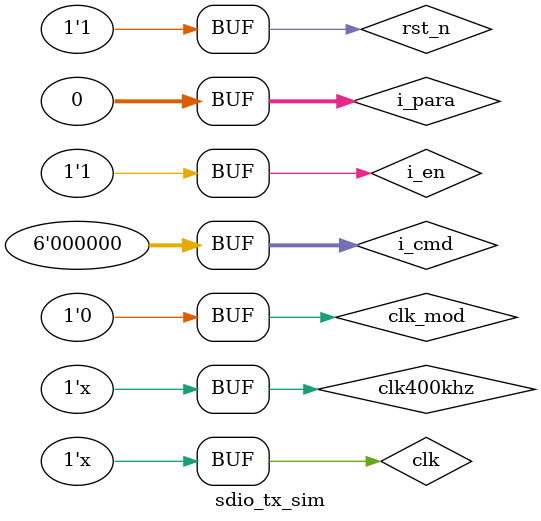
<source format=v>
module sdio_tx_sim();

reg clk,clk400khz;
reg clk_mod;
reg rst_n;
wire sdio_clk;
wire ctrl_clk;
always#1 clk = ~clk;
always#60 clk400khz = ~clk400khz;
sdio_clk_control sdio_clk_control0(
    .rst_n       (rst_n       ),
    .clk48mhz    (clk         ),
    .clk_mod     (clk_mod     ),
    .ctrl_clk    (ctrl_clk    ),
    .sdio_clk    (sdio_clk    )
);

reg sdio_cmd_i;
reg i_en;
reg [5:0]   i_cmd;
reg [31:0]  i_para;

initial begin
    clk     = 0;
    clk400khz = 0;
    rst_n   = 0;
    i_en    = 0;
    clk_mod = 1;
    #2 rst_n = 'd1;
    #4 
        i_en = 1'd1;
        i_cmd = 6'd0;
        i_para = 0;
    #4
        i_en = 0;
    #200 
        i_en = 1'd1;
        clk_mod = 0;
end

sdio_tx sdio_tx0(
    .ctrl_clk(ctrl_clk),    
    .sdio_clk(sdio_clk),    
    .rst_n   (rst_n   ),    

    .sdio_cmd_i  (sdio_cmd_i  ),
    .sdio_cmd_o  (sdio_cmd_o  ),
    .sdio_cmd_oen(sdio_cmd_oen),

    .i_en    (i_en    ),
    .i_cmd   (i_cmd   ),
    .i_para  (i_para  )
);

sdio_rx sdio_rx0(
    .ctrl_clk (ctrl_clk)  ,
    .sdio_clk (sdio_clk)  ,
    .rst_n    (rst_n   )  ,

    .sdio_cmd_i (sdio_cmd_o  ) ,

    .i_listen    (1'd1),
    .i_rsp136en  (1'd0)   
);

endmodule


</source>
